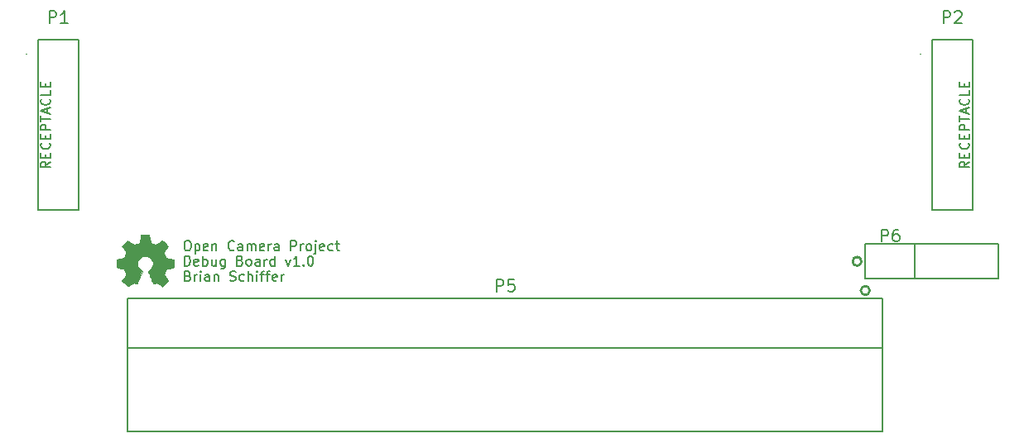
<source format=gto>
G04 #@! TF.FileFunction,Legend,Top*
%FSLAX46Y46*%
G04 Gerber Fmt 4.6, Leading zero omitted, Abs format (unit mm)*
G04 Created by KiCad (PCBNEW (2015-04-19 BZR 5613)-product) date 6/9/2015 8:15:01 PM*
%MOMM*%
G01*
G04 APERTURE LIST*
%ADD10C,0.100000*%
%ADD11C,0.152400*%
%ADD12C,0.150000*%
%ADD13C,0.200000*%
%ADD14C,0.254000*%
G04 APERTURE END LIST*
D10*
D11*
X107108571Y-119819981D02*
X107299048Y-119819981D01*
X107394286Y-119867600D01*
X107489524Y-119962838D01*
X107537143Y-120153314D01*
X107537143Y-120486648D01*
X107489524Y-120677124D01*
X107394286Y-120772362D01*
X107299048Y-120819981D01*
X107108571Y-120819981D01*
X107013333Y-120772362D01*
X106918095Y-120677124D01*
X106870476Y-120486648D01*
X106870476Y-120153314D01*
X106918095Y-119962838D01*
X107013333Y-119867600D01*
X107108571Y-119819981D01*
X107965714Y-120153314D02*
X107965714Y-121153314D01*
X107965714Y-120200933D02*
X108060952Y-120153314D01*
X108251429Y-120153314D01*
X108346667Y-120200933D01*
X108394286Y-120248552D01*
X108441905Y-120343790D01*
X108441905Y-120629505D01*
X108394286Y-120724743D01*
X108346667Y-120772362D01*
X108251429Y-120819981D01*
X108060952Y-120819981D01*
X107965714Y-120772362D01*
X109251429Y-120772362D02*
X109156191Y-120819981D01*
X108965714Y-120819981D01*
X108870476Y-120772362D01*
X108822857Y-120677124D01*
X108822857Y-120296171D01*
X108870476Y-120200933D01*
X108965714Y-120153314D01*
X109156191Y-120153314D01*
X109251429Y-120200933D01*
X109299048Y-120296171D01*
X109299048Y-120391410D01*
X108822857Y-120486648D01*
X109727619Y-120153314D02*
X109727619Y-120819981D01*
X109727619Y-120248552D02*
X109775238Y-120200933D01*
X109870476Y-120153314D01*
X110013334Y-120153314D01*
X110108572Y-120200933D01*
X110156191Y-120296171D01*
X110156191Y-120819981D01*
X111965715Y-120724743D02*
X111918096Y-120772362D01*
X111775239Y-120819981D01*
X111680001Y-120819981D01*
X111537143Y-120772362D01*
X111441905Y-120677124D01*
X111394286Y-120581886D01*
X111346667Y-120391410D01*
X111346667Y-120248552D01*
X111394286Y-120058076D01*
X111441905Y-119962838D01*
X111537143Y-119867600D01*
X111680001Y-119819981D01*
X111775239Y-119819981D01*
X111918096Y-119867600D01*
X111965715Y-119915219D01*
X112822858Y-120819981D02*
X112822858Y-120296171D01*
X112775239Y-120200933D01*
X112680001Y-120153314D01*
X112489524Y-120153314D01*
X112394286Y-120200933D01*
X112822858Y-120772362D02*
X112727620Y-120819981D01*
X112489524Y-120819981D01*
X112394286Y-120772362D01*
X112346667Y-120677124D01*
X112346667Y-120581886D01*
X112394286Y-120486648D01*
X112489524Y-120439029D01*
X112727620Y-120439029D01*
X112822858Y-120391410D01*
X113299048Y-120819981D02*
X113299048Y-120153314D01*
X113299048Y-120248552D02*
X113346667Y-120200933D01*
X113441905Y-120153314D01*
X113584763Y-120153314D01*
X113680001Y-120200933D01*
X113727620Y-120296171D01*
X113727620Y-120819981D01*
X113727620Y-120296171D02*
X113775239Y-120200933D01*
X113870477Y-120153314D01*
X114013334Y-120153314D01*
X114108572Y-120200933D01*
X114156191Y-120296171D01*
X114156191Y-120819981D01*
X115013334Y-120772362D02*
X114918096Y-120819981D01*
X114727619Y-120819981D01*
X114632381Y-120772362D01*
X114584762Y-120677124D01*
X114584762Y-120296171D01*
X114632381Y-120200933D01*
X114727619Y-120153314D01*
X114918096Y-120153314D01*
X115013334Y-120200933D01*
X115060953Y-120296171D01*
X115060953Y-120391410D01*
X114584762Y-120486648D01*
X115489524Y-120819981D02*
X115489524Y-120153314D01*
X115489524Y-120343790D02*
X115537143Y-120248552D01*
X115584762Y-120200933D01*
X115680000Y-120153314D01*
X115775239Y-120153314D01*
X116537144Y-120819981D02*
X116537144Y-120296171D01*
X116489525Y-120200933D01*
X116394287Y-120153314D01*
X116203810Y-120153314D01*
X116108572Y-120200933D01*
X116537144Y-120772362D02*
X116441906Y-120819981D01*
X116203810Y-120819981D01*
X116108572Y-120772362D01*
X116060953Y-120677124D01*
X116060953Y-120581886D01*
X116108572Y-120486648D01*
X116203810Y-120439029D01*
X116441906Y-120439029D01*
X116537144Y-120391410D01*
X117775239Y-120819981D02*
X117775239Y-119819981D01*
X118156192Y-119819981D01*
X118251430Y-119867600D01*
X118299049Y-119915219D01*
X118346668Y-120010457D01*
X118346668Y-120153314D01*
X118299049Y-120248552D01*
X118251430Y-120296171D01*
X118156192Y-120343790D01*
X117775239Y-120343790D01*
X118775239Y-120819981D02*
X118775239Y-120153314D01*
X118775239Y-120343790D02*
X118822858Y-120248552D01*
X118870477Y-120200933D01*
X118965715Y-120153314D01*
X119060954Y-120153314D01*
X119537144Y-120819981D02*
X119441906Y-120772362D01*
X119394287Y-120724743D01*
X119346668Y-120629505D01*
X119346668Y-120343790D01*
X119394287Y-120248552D01*
X119441906Y-120200933D01*
X119537144Y-120153314D01*
X119680002Y-120153314D01*
X119775240Y-120200933D01*
X119822859Y-120248552D01*
X119870478Y-120343790D01*
X119870478Y-120629505D01*
X119822859Y-120724743D01*
X119775240Y-120772362D01*
X119680002Y-120819981D01*
X119537144Y-120819981D01*
X120299049Y-120153314D02*
X120299049Y-121010457D01*
X120251430Y-121105695D01*
X120156192Y-121153314D01*
X120108573Y-121153314D01*
X120299049Y-119819981D02*
X120251430Y-119867600D01*
X120299049Y-119915219D01*
X120346668Y-119867600D01*
X120299049Y-119819981D01*
X120299049Y-119915219D01*
X121156192Y-120772362D02*
X121060954Y-120819981D01*
X120870477Y-120819981D01*
X120775239Y-120772362D01*
X120727620Y-120677124D01*
X120727620Y-120296171D01*
X120775239Y-120200933D01*
X120870477Y-120153314D01*
X121060954Y-120153314D01*
X121156192Y-120200933D01*
X121203811Y-120296171D01*
X121203811Y-120391410D01*
X120727620Y-120486648D01*
X122060954Y-120772362D02*
X121965716Y-120819981D01*
X121775239Y-120819981D01*
X121680001Y-120772362D01*
X121632382Y-120724743D01*
X121584763Y-120629505D01*
X121584763Y-120343790D01*
X121632382Y-120248552D01*
X121680001Y-120200933D01*
X121775239Y-120153314D01*
X121965716Y-120153314D01*
X122060954Y-120200933D01*
X122346668Y-120153314D02*
X122727620Y-120153314D01*
X122489525Y-119819981D02*
X122489525Y-120677124D01*
X122537144Y-120772362D01*
X122632382Y-120819981D01*
X122727620Y-120819981D01*
X106918095Y-122372381D02*
X106918095Y-121372381D01*
X107156190Y-121372381D01*
X107299048Y-121420000D01*
X107394286Y-121515238D01*
X107441905Y-121610476D01*
X107489524Y-121800952D01*
X107489524Y-121943810D01*
X107441905Y-122134286D01*
X107394286Y-122229524D01*
X107299048Y-122324762D01*
X107156190Y-122372381D01*
X106918095Y-122372381D01*
X108299048Y-122324762D02*
X108203810Y-122372381D01*
X108013333Y-122372381D01*
X107918095Y-122324762D01*
X107870476Y-122229524D01*
X107870476Y-121848571D01*
X107918095Y-121753333D01*
X108013333Y-121705714D01*
X108203810Y-121705714D01*
X108299048Y-121753333D01*
X108346667Y-121848571D01*
X108346667Y-121943810D01*
X107870476Y-122039048D01*
X108775238Y-122372381D02*
X108775238Y-121372381D01*
X108775238Y-121753333D02*
X108870476Y-121705714D01*
X109060953Y-121705714D01*
X109156191Y-121753333D01*
X109203810Y-121800952D01*
X109251429Y-121896190D01*
X109251429Y-122181905D01*
X109203810Y-122277143D01*
X109156191Y-122324762D01*
X109060953Y-122372381D01*
X108870476Y-122372381D01*
X108775238Y-122324762D01*
X110108572Y-121705714D02*
X110108572Y-122372381D01*
X109680000Y-121705714D02*
X109680000Y-122229524D01*
X109727619Y-122324762D01*
X109822857Y-122372381D01*
X109965715Y-122372381D01*
X110060953Y-122324762D01*
X110108572Y-122277143D01*
X111013334Y-121705714D02*
X111013334Y-122515238D01*
X110965715Y-122610476D01*
X110918096Y-122658095D01*
X110822857Y-122705714D01*
X110680000Y-122705714D01*
X110584762Y-122658095D01*
X111013334Y-122324762D02*
X110918096Y-122372381D01*
X110727619Y-122372381D01*
X110632381Y-122324762D01*
X110584762Y-122277143D01*
X110537143Y-122181905D01*
X110537143Y-121896190D01*
X110584762Y-121800952D01*
X110632381Y-121753333D01*
X110727619Y-121705714D01*
X110918096Y-121705714D01*
X111013334Y-121753333D01*
X112584763Y-121848571D02*
X112727620Y-121896190D01*
X112775239Y-121943810D01*
X112822858Y-122039048D01*
X112822858Y-122181905D01*
X112775239Y-122277143D01*
X112727620Y-122324762D01*
X112632382Y-122372381D01*
X112251429Y-122372381D01*
X112251429Y-121372381D01*
X112584763Y-121372381D01*
X112680001Y-121420000D01*
X112727620Y-121467619D01*
X112775239Y-121562857D01*
X112775239Y-121658095D01*
X112727620Y-121753333D01*
X112680001Y-121800952D01*
X112584763Y-121848571D01*
X112251429Y-121848571D01*
X113394286Y-122372381D02*
X113299048Y-122324762D01*
X113251429Y-122277143D01*
X113203810Y-122181905D01*
X113203810Y-121896190D01*
X113251429Y-121800952D01*
X113299048Y-121753333D01*
X113394286Y-121705714D01*
X113537144Y-121705714D01*
X113632382Y-121753333D01*
X113680001Y-121800952D01*
X113727620Y-121896190D01*
X113727620Y-122181905D01*
X113680001Y-122277143D01*
X113632382Y-122324762D01*
X113537144Y-122372381D01*
X113394286Y-122372381D01*
X114584763Y-122372381D02*
X114584763Y-121848571D01*
X114537144Y-121753333D01*
X114441906Y-121705714D01*
X114251429Y-121705714D01*
X114156191Y-121753333D01*
X114584763Y-122324762D02*
X114489525Y-122372381D01*
X114251429Y-122372381D01*
X114156191Y-122324762D01*
X114108572Y-122229524D01*
X114108572Y-122134286D01*
X114156191Y-122039048D01*
X114251429Y-121991429D01*
X114489525Y-121991429D01*
X114584763Y-121943810D01*
X115060953Y-122372381D02*
X115060953Y-121705714D01*
X115060953Y-121896190D02*
X115108572Y-121800952D01*
X115156191Y-121753333D01*
X115251429Y-121705714D01*
X115346668Y-121705714D01*
X116108573Y-122372381D02*
X116108573Y-121372381D01*
X116108573Y-122324762D02*
X116013335Y-122372381D01*
X115822858Y-122372381D01*
X115727620Y-122324762D01*
X115680001Y-122277143D01*
X115632382Y-122181905D01*
X115632382Y-121896190D01*
X115680001Y-121800952D01*
X115727620Y-121753333D01*
X115822858Y-121705714D01*
X116013335Y-121705714D01*
X116108573Y-121753333D01*
X117251430Y-121705714D02*
X117489525Y-122372381D01*
X117727621Y-121705714D01*
X118632383Y-122372381D02*
X118060954Y-122372381D01*
X118346668Y-122372381D02*
X118346668Y-121372381D01*
X118251430Y-121515238D01*
X118156192Y-121610476D01*
X118060954Y-121658095D01*
X119060954Y-122277143D02*
X119108573Y-122324762D01*
X119060954Y-122372381D01*
X119013335Y-122324762D01*
X119060954Y-122277143D01*
X119060954Y-122372381D01*
X119727620Y-121372381D02*
X119822859Y-121372381D01*
X119918097Y-121420000D01*
X119965716Y-121467619D01*
X120013335Y-121562857D01*
X120060954Y-121753333D01*
X120060954Y-121991429D01*
X120013335Y-122181905D01*
X119965716Y-122277143D01*
X119918097Y-122324762D01*
X119822859Y-122372381D01*
X119727620Y-122372381D01*
X119632382Y-122324762D01*
X119584763Y-122277143D01*
X119537144Y-122181905D01*
X119489525Y-121991429D01*
X119489525Y-121753333D01*
X119537144Y-121562857D01*
X119584763Y-121467619D01*
X119632382Y-121420000D01*
X119727620Y-121372381D01*
X107251429Y-123400971D02*
X107394286Y-123448590D01*
X107441905Y-123496210D01*
X107489524Y-123591448D01*
X107489524Y-123734305D01*
X107441905Y-123829543D01*
X107394286Y-123877162D01*
X107299048Y-123924781D01*
X106918095Y-123924781D01*
X106918095Y-122924781D01*
X107251429Y-122924781D01*
X107346667Y-122972400D01*
X107394286Y-123020019D01*
X107441905Y-123115257D01*
X107441905Y-123210495D01*
X107394286Y-123305733D01*
X107346667Y-123353352D01*
X107251429Y-123400971D01*
X106918095Y-123400971D01*
X107918095Y-123924781D02*
X107918095Y-123258114D01*
X107918095Y-123448590D02*
X107965714Y-123353352D01*
X108013333Y-123305733D01*
X108108571Y-123258114D01*
X108203810Y-123258114D01*
X108537143Y-123924781D02*
X108537143Y-123258114D01*
X108537143Y-122924781D02*
X108489524Y-122972400D01*
X108537143Y-123020019D01*
X108584762Y-122972400D01*
X108537143Y-122924781D01*
X108537143Y-123020019D01*
X109441905Y-123924781D02*
X109441905Y-123400971D01*
X109394286Y-123305733D01*
X109299048Y-123258114D01*
X109108571Y-123258114D01*
X109013333Y-123305733D01*
X109441905Y-123877162D02*
X109346667Y-123924781D01*
X109108571Y-123924781D01*
X109013333Y-123877162D01*
X108965714Y-123781924D01*
X108965714Y-123686686D01*
X109013333Y-123591448D01*
X109108571Y-123543829D01*
X109346667Y-123543829D01*
X109441905Y-123496210D01*
X109918095Y-123258114D02*
X109918095Y-123924781D01*
X109918095Y-123353352D02*
X109965714Y-123305733D01*
X110060952Y-123258114D01*
X110203810Y-123258114D01*
X110299048Y-123305733D01*
X110346667Y-123400971D01*
X110346667Y-123924781D01*
X111537143Y-123877162D02*
X111680000Y-123924781D01*
X111918096Y-123924781D01*
X112013334Y-123877162D01*
X112060953Y-123829543D01*
X112108572Y-123734305D01*
X112108572Y-123639067D01*
X112060953Y-123543829D01*
X112013334Y-123496210D01*
X111918096Y-123448590D01*
X111727619Y-123400971D01*
X111632381Y-123353352D01*
X111584762Y-123305733D01*
X111537143Y-123210495D01*
X111537143Y-123115257D01*
X111584762Y-123020019D01*
X111632381Y-122972400D01*
X111727619Y-122924781D01*
X111965715Y-122924781D01*
X112108572Y-122972400D01*
X112965715Y-123877162D02*
X112870477Y-123924781D01*
X112680000Y-123924781D01*
X112584762Y-123877162D01*
X112537143Y-123829543D01*
X112489524Y-123734305D01*
X112489524Y-123448590D01*
X112537143Y-123353352D01*
X112584762Y-123305733D01*
X112680000Y-123258114D01*
X112870477Y-123258114D01*
X112965715Y-123305733D01*
X113394286Y-123924781D02*
X113394286Y-122924781D01*
X113822858Y-123924781D02*
X113822858Y-123400971D01*
X113775239Y-123305733D01*
X113680001Y-123258114D01*
X113537143Y-123258114D01*
X113441905Y-123305733D01*
X113394286Y-123353352D01*
X114299048Y-123924781D02*
X114299048Y-123258114D01*
X114299048Y-122924781D02*
X114251429Y-122972400D01*
X114299048Y-123020019D01*
X114346667Y-122972400D01*
X114299048Y-122924781D01*
X114299048Y-123020019D01*
X114632381Y-123258114D02*
X115013333Y-123258114D01*
X114775238Y-123924781D02*
X114775238Y-123067638D01*
X114822857Y-122972400D01*
X114918095Y-122924781D01*
X115013333Y-122924781D01*
X115203810Y-123258114D02*
X115584762Y-123258114D01*
X115346667Y-123924781D02*
X115346667Y-123067638D01*
X115394286Y-122972400D01*
X115489524Y-122924781D01*
X115584762Y-122924781D01*
X116299049Y-123877162D02*
X116203811Y-123924781D01*
X116013334Y-123924781D01*
X115918096Y-123877162D01*
X115870477Y-123781924D01*
X115870477Y-123400971D01*
X115918096Y-123305733D01*
X116013334Y-123258114D01*
X116203811Y-123258114D01*
X116299049Y-123305733D01*
X116346668Y-123400971D01*
X116346668Y-123496210D01*
X115870477Y-123591448D01*
X116775239Y-123924781D02*
X116775239Y-123258114D01*
X116775239Y-123448590D02*
X116822858Y-123353352D01*
X116870477Y-123305733D01*
X116965715Y-123258114D01*
X117060954Y-123258114D01*
D10*
G36*
X105789555Y-122396100D02*
X105780354Y-122474634D01*
X105754819Y-122527121D01*
X105706363Y-122561309D01*
X105628402Y-122584949D01*
X105514349Y-122605790D01*
X105359200Y-122631312D01*
X105237677Y-122653158D01*
X105134825Y-122673670D01*
X105060770Y-122690684D01*
X105025638Y-122702036D01*
X105024588Y-122702841D01*
X105007074Y-122734497D01*
X104977083Y-122801836D01*
X104939361Y-122892748D01*
X104898654Y-122995124D01*
X104859706Y-123096854D01*
X104827262Y-123185830D01*
X104806069Y-123249943D01*
X104800400Y-123274952D01*
X104814187Y-123306828D01*
X104852062Y-123371764D01*
X104908796Y-123461336D01*
X104979159Y-123567118D01*
X105006856Y-123607599D01*
X105213313Y-123907116D01*
X104920809Y-124199619D01*
X104628306Y-124492123D01*
X104321472Y-124281586D01*
X104014638Y-124071048D01*
X103864432Y-124151107D01*
X103778029Y-124193881D01*
X103724670Y-124210928D01*
X103695191Y-124204793D01*
X103690168Y-124199533D01*
X103671609Y-124164407D01*
X103638084Y-124090568D01*
X103592754Y-123985783D01*
X103538776Y-123857820D01*
X103479308Y-123714447D01*
X103417509Y-123563431D01*
X103356538Y-123412538D01*
X103299553Y-123269538D01*
X103249713Y-123142196D01*
X103210175Y-123038281D01*
X103184098Y-122965560D01*
X103174641Y-122931801D01*
X103174641Y-122931721D01*
X103194796Y-122892177D01*
X103244626Y-122846929D01*
X103260619Y-122836303D01*
X103412238Y-122715275D01*
X103529737Y-122565108D01*
X103609813Y-122394467D01*
X103649163Y-122212019D01*
X103644485Y-122026431D01*
X103615353Y-121905474D01*
X103528139Y-121716864D01*
X103407186Y-121565527D01*
X103255373Y-121453527D01*
X103075580Y-121382930D01*
X102870685Y-121355798D01*
X102848220Y-121355555D01*
X102737644Y-121359016D01*
X102652435Y-121373428D01*
X102567459Y-121404835D01*
X102493165Y-121440927D01*
X102327444Y-121552177D01*
X102198800Y-121694963D01*
X102110664Y-121863083D01*
X102066471Y-122050330D01*
X102065451Y-122214031D01*
X102094783Y-122372616D01*
X102154620Y-122515336D01*
X102250111Y-122650089D01*
X102386402Y-122784772D01*
X102494693Y-122872500D01*
X102561199Y-122923300D01*
X102323022Y-123494800D01*
X102254489Y-123658811D01*
X102190378Y-123811435D01*
X102133930Y-123945016D01*
X102088389Y-124051898D01*
X102056997Y-124124426D01*
X102045813Y-124149311D01*
X102006781Y-124232323D01*
X101850500Y-124153433D01*
X101694219Y-124074543D01*
X101393957Y-124279971D01*
X101286491Y-124353152D01*
X101194958Y-124414831D01*
X101127007Y-124459905D01*
X101090285Y-124483272D01*
X101086082Y-124485400D01*
X101066531Y-124468365D01*
X101017383Y-124421280D01*
X100944805Y-124350170D01*
X100854965Y-124261061D01*
X100789578Y-124195685D01*
X100500686Y-123905971D01*
X100695565Y-123624119D01*
X100768737Y-123517079D01*
X100831660Y-123422758D01*
X100878447Y-123350146D01*
X100903212Y-123308232D01*
X100905077Y-123304136D01*
X100900939Y-123270045D01*
X100881712Y-123200702D01*
X100851628Y-123107836D01*
X100814920Y-123003176D01*
X100775821Y-122898452D01*
X100738563Y-122805394D01*
X100707378Y-122735731D01*
X100688101Y-122702841D01*
X100658597Y-122692250D01*
X100588984Y-122675765D01*
X100489310Y-122655547D01*
X100369622Y-122633757D01*
X100355400Y-122631312D01*
X100199534Y-122605631D01*
X100086196Y-122584799D01*
X100008678Y-122561152D01*
X99960270Y-122527024D01*
X99934266Y-122474753D01*
X99923958Y-122396673D01*
X99922638Y-122285120D01*
X99923600Y-122137943D01*
X99924769Y-122002062D01*
X99927995Y-121885021D01*
X99932854Y-121795810D01*
X99938923Y-121743424D01*
X99942650Y-121733549D01*
X99973175Y-121725002D01*
X100044357Y-121709320D01*
X100146869Y-121688435D01*
X100271383Y-121664282D01*
X100330000Y-121653255D01*
X100461232Y-121627132D01*
X100574426Y-121601458D01*
X100660245Y-121578594D01*
X100709352Y-121560899D01*
X100716863Y-121555454D01*
X100733992Y-121521053D01*
X100765743Y-121450910D01*
X100807156Y-121356160D01*
X100841678Y-121275391D01*
X100895273Y-121140561D01*
X100923773Y-121048134D01*
X100927619Y-120996597D01*
X100924714Y-120989826D01*
X100902433Y-120957009D01*
X100857393Y-120890995D01*
X100795545Y-120800496D01*
X100722841Y-120694223D01*
X100700188Y-120661131D01*
X100498876Y-120367093D01*
X100789778Y-120076191D01*
X101080680Y-119785289D01*
X101415057Y-120014856D01*
X101749434Y-120244422D01*
X102011267Y-120137183D01*
X102117795Y-120092390D01*
X102206040Y-120053097D01*
X102265848Y-120023967D01*
X102286725Y-120010700D01*
X102295920Y-119980203D01*
X102312255Y-119908867D01*
X102333787Y-119805836D01*
X102358570Y-119680252D01*
X102372012Y-119609527D01*
X102443672Y-119227600D01*
X102856551Y-119227600D01*
X103269430Y-119227600D01*
X103338619Y-119602250D01*
X103363161Y-119734796D01*
X103384555Y-119849694D01*
X103401057Y-119937635D01*
X103410927Y-119989308D01*
X103412779Y-119998425D01*
X103436884Y-120016035D01*
X103498682Y-120047770D01*
X103588641Y-120089030D01*
X103690373Y-120132393D01*
X103962996Y-120244835D01*
X104298056Y-120014925D01*
X104633117Y-119785016D01*
X104920276Y-120071360D01*
X105017015Y-120169978D01*
X105098576Y-120257255D01*
X105159089Y-120326572D01*
X105192684Y-120371309D01*
X105197392Y-120383879D01*
X105179950Y-120413249D01*
X105138923Y-120475995D01*
X105079828Y-120563857D01*
X105008181Y-120668572D01*
X104981174Y-120707655D01*
X104907289Y-120815852D01*
X104845129Y-120909831D01*
X104799914Y-120981467D01*
X104776865Y-121022638D01*
X104775000Y-121028446D01*
X104784457Y-121059902D01*
X104810109Y-121127530D01*
X104847875Y-121220922D01*
X104887125Y-121314367D01*
X104999250Y-121577100D01*
X105287175Y-121633618D01*
X105413519Y-121658404D01*
X105531917Y-121681603D01*
X105627356Y-121700277D01*
X105676700Y-121709905D01*
X105778300Y-121729674D01*
X105785296Y-122129887D01*
X105789007Y-122283767D01*
X105789555Y-122396100D01*
X105789555Y-122396100D01*
X105789555Y-122396100D01*
G37*
X105789555Y-122396100D02*
X105780354Y-122474634D01*
X105754819Y-122527121D01*
X105706363Y-122561309D01*
X105628402Y-122584949D01*
X105514349Y-122605790D01*
X105359200Y-122631312D01*
X105237677Y-122653158D01*
X105134825Y-122673670D01*
X105060770Y-122690684D01*
X105025638Y-122702036D01*
X105024588Y-122702841D01*
X105007074Y-122734497D01*
X104977083Y-122801836D01*
X104939361Y-122892748D01*
X104898654Y-122995124D01*
X104859706Y-123096854D01*
X104827262Y-123185830D01*
X104806069Y-123249943D01*
X104800400Y-123274952D01*
X104814187Y-123306828D01*
X104852062Y-123371764D01*
X104908796Y-123461336D01*
X104979159Y-123567118D01*
X105006856Y-123607599D01*
X105213313Y-123907116D01*
X104920809Y-124199619D01*
X104628306Y-124492123D01*
X104321472Y-124281586D01*
X104014638Y-124071048D01*
X103864432Y-124151107D01*
X103778029Y-124193881D01*
X103724670Y-124210928D01*
X103695191Y-124204793D01*
X103690168Y-124199533D01*
X103671609Y-124164407D01*
X103638084Y-124090568D01*
X103592754Y-123985783D01*
X103538776Y-123857820D01*
X103479308Y-123714447D01*
X103417509Y-123563431D01*
X103356538Y-123412538D01*
X103299553Y-123269538D01*
X103249713Y-123142196D01*
X103210175Y-123038281D01*
X103184098Y-122965560D01*
X103174641Y-122931801D01*
X103174641Y-122931721D01*
X103194796Y-122892177D01*
X103244626Y-122846929D01*
X103260619Y-122836303D01*
X103412238Y-122715275D01*
X103529737Y-122565108D01*
X103609813Y-122394467D01*
X103649163Y-122212019D01*
X103644485Y-122026431D01*
X103615353Y-121905474D01*
X103528139Y-121716864D01*
X103407186Y-121565527D01*
X103255373Y-121453527D01*
X103075580Y-121382930D01*
X102870685Y-121355798D01*
X102848220Y-121355555D01*
X102737644Y-121359016D01*
X102652435Y-121373428D01*
X102567459Y-121404835D01*
X102493165Y-121440927D01*
X102327444Y-121552177D01*
X102198800Y-121694963D01*
X102110664Y-121863083D01*
X102066471Y-122050330D01*
X102065451Y-122214031D01*
X102094783Y-122372616D01*
X102154620Y-122515336D01*
X102250111Y-122650089D01*
X102386402Y-122784772D01*
X102494693Y-122872500D01*
X102561199Y-122923300D01*
X102323022Y-123494800D01*
X102254489Y-123658811D01*
X102190378Y-123811435D01*
X102133930Y-123945016D01*
X102088389Y-124051898D01*
X102056997Y-124124426D01*
X102045813Y-124149311D01*
X102006781Y-124232323D01*
X101850500Y-124153433D01*
X101694219Y-124074543D01*
X101393957Y-124279971D01*
X101286491Y-124353152D01*
X101194958Y-124414831D01*
X101127007Y-124459905D01*
X101090285Y-124483272D01*
X101086082Y-124485400D01*
X101066531Y-124468365D01*
X101017383Y-124421280D01*
X100944805Y-124350170D01*
X100854965Y-124261061D01*
X100789578Y-124195685D01*
X100500686Y-123905971D01*
X100695565Y-123624119D01*
X100768737Y-123517079D01*
X100831660Y-123422758D01*
X100878447Y-123350146D01*
X100903212Y-123308232D01*
X100905077Y-123304136D01*
X100900939Y-123270045D01*
X100881712Y-123200702D01*
X100851628Y-123107836D01*
X100814920Y-123003176D01*
X100775821Y-122898452D01*
X100738563Y-122805394D01*
X100707378Y-122735731D01*
X100688101Y-122702841D01*
X100658597Y-122692250D01*
X100588984Y-122675765D01*
X100489310Y-122655547D01*
X100369622Y-122633757D01*
X100355400Y-122631312D01*
X100199534Y-122605631D01*
X100086196Y-122584799D01*
X100008678Y-122561152D01*
X99960270Y-122527024D01*
X99934266Y-122474753D01*
X99923958Y-122396673D01*
X99922638Y-122285120D01*
X99923600Y-122137943D01*
X99924769Y-122002062D01*
X99927995Y-121885021D01*
X99932854Y-121795810D01*
X99938923Y-121743424D01*
X99942650Y-121733549D01*
X99973175Y-121725002D01*
X100044357Y-121709320D01*
X100146869Y-121688435D01*
X100271383Y-121664282D01*
X100330000Y-121653255D01*
X100461232Y-121627132D01*
X100574426Y-121601458D01*
X100660245Y-121578594D01*
X100709352Y-121560899D01*
X100716863Y-121555454D01*
X100733992Y-121521053D01*
X100765743Y-121450910D01*
X100807156Y-121356160D01*
X100841678Y-121275391D01*
X100895273Y-121140561D01*
X100923773Y-121048134D01*
X100927619Y-120996597D01*
X100924714Y-120989826D01*
X100902433Y-120957009D01*
X100857393Y-120890995D01*
X100795545Y-120800496D01*
X100722841Y-120694223D01*
X100700188Y-120661131D01*
X100498876Y-120367093D01*
X100789778Y-120076191D01*
X101080680Y-119785289D01*
X101415057Y-120014856D01*
X101749434Y-120244422D01*
X102011267Y-120137183D01*
X102117795Y-120092390D01*
X102206040Y-120053097D01*
X102265848Y-120023967D01*
X102286725Y-120010700D01*
X102295920Y-119980203D01*
X102312255Y-119908867D01*
X102333787Y-119805836D01*
X102358570Y-119680252D01*
X102372012Y-119609527D01*
X102443672Y-119227600D01*
X102856551Y-119227600D01*
X103269430Y-119227600D01*
X103338619Y-119602250D01*
X103363161Y-119734796D01*
X103384555Y-119849694D01*
X103401057Y-119937635D01*
X103410927Y-119989308D01*
X103412779Y-119998425D01*
X103436884Y-120016035D01*
X103498682Y-120047770D01*
X103588641Y-120089030D01*
X103690373Y-120132393D01*
X103962996Y-120244835D01*
X104298056Y-120014925D01*
X104633117Y-119785016D01*
X104920276Y-120071360D01*
X105017015Y-120169978D01*
X105098576Y-120257255D01*
X105159089Y-120326572D01*
X105192684Y-120371309D01*
X105197392Y-120383879D01*
X105179950Y-120413249D01*
X105138923Y-120475995D01*
X105079828Y-120563857D01*
X105008181Y-120668572D01*
X104981174Y-120707655D01*
X104907289Y-120815852D01*
X104845129Y-120909831D01*
X104799914Y-120981467D01*
X104776865Y-121022638D01*
X104775000Y-121028446D01*
X104784457Y-121059902D01*
X104810109Y-121127530D01*
X104847875Y-121220922D01*
X104887125Y-121314367D01*
X104999250Y-121577100D01*
X105287175Y-121633618D01*
X105413519Y-121658404D01*
X105531917Y-121681603D01*
X105627356Y-121700277D01*
X105676700Y-121709905D01*
X105778300Y-121729674D01*
X105785296Y-122129887D01*
X105789007Y-122283767D01*
X105789555Y-122396100D01*
X105789555Y-122396100D01*
D12*
X90693852Y-100690000D02*
G75*
G03X90693852Y-100690000I-53852J0D01*
G01*
X91930000Y-99250000D02*
X96030000Y-99250000D01*
X96030000Y-99250000D02*
X96030000Y-116650000D01*
X96030000Y-116650000D02*
X91930000Y-116650000D01*
X91930000Y-116650000D02*
X91930000Y-99250000D01*
X182133852Y-100690000D02*
G75*
G03X182133852Y-100690000I-53852J0D01*
G01*
X183370000Y-99250000D02*
X187470000Y-99250000D01*
X187470000Y-99250000D02*
X187470000Y-116650000D01*
X187470000Y-116650000D02*
X183370000Y-116650000D01*
X183370000Y-116650000D02*
X183370000Y-99250000D01*
D13*
X178300000Y-130810000D02*
X178300000Y-139350000D01*
X178300000Y-139350000D02*
X101090000Y-139350000D01*
X101090000Y-139350000D02*
X101090000Y-130760000D01*
D14*
X176971774Y-124910000D02*
G75*
G03X176971774Y-124910000I-451774J0D01*
G01*
D13*
X178308000Y-125730000D02*
X101092000Y-125730000D01*
X101092000Y-125730000D02*
X101092000Y-130810000D01*
X101092000Y-130810000D02*
X178308000Y-130810000D01*
X178308000Y-130810000D02*
X178308000Y-129540000D01*
X178308000Y-129560000D02*
X178308000Y-127020000D01*
X178308000Y-127000000D02*
X178308000Y-125730000D01*
X181610000Y-120140000D02*
X190150000Y-120140000D01*
X190150000Y-120140000D02*
X190150000Y-123700000D01*
X190150000Y-123700000D02*
X181450000Y-123700000D01*
D14*
X176121774Y-121920000D02*
G75*
G03X176121774Y-121920000I-451774J0D01*
G01*
D13*
X176530000Y-120142000D02*
X176530000Y-123698000D01*
X176530000Y-123698000D02*
X181610000Y-123698000D01*
X181610000Y-123698000D02*
X181610000Y-120142000D01*
X181610000Y-120142000D02*
X180340000Y-120142000D01*
X180330000Y-120142000D02*
X177790000Y-120142000D01*
X177800000Y-120142000D02*
X176530000Y-120142000D01*
X93094286Y-97492857D02*
X93094286Y-96292857D01*
X93551429Y-96292857D01*
X93665715Y-96350000D01*
X93722858Y-96407143D01*
X93780001Y-96521429D01*
X93780001Y-96692857D01*
X93722858Y-96807143D01*
X93665715Y-96864286D01*
X93551429Y-96921429D01*
X93094286Y-96921429D01*
X94922858Y-97492857D02*
X94237143Y-97492857D01*
X94580001Y-97492857D02*
X94580001Y-96292857D01*
X94465715Y-96464286D01*
X94351429Y-96578571D01*
X94237143Y-96635714D01*
D12*
X93162381Y-111711905D02*
X92686190Y-112045239D01*
X93162381Y-112283334D02*
X92162381Y-112283334D01*
X92162381Y-111902381D01*
X92210000Y-111807143D01*
X92257619Y-111759524D01*
X92352857Y-111711905D01*
X92495714Y-111711905D01*
X92590952Y-111759524D01*
X92638571Y-111807143D01*
X92686190Y-111902381D01*
X92686190Y-112283334D01*
X92638571Y-111283334D02*
X92638571Y-110950000D01*
X93162381Y-110807143D02*
X93162381Y-111283334D01*
X92162381Y-111283334D01*
X92162381Y-110807143D01*
X93067143Y-109807143D02*
X93114762Y-109854762D01*
X93162381Y-109997619D01*
X93162381Y-110092857D01*
X93114762Y-110235715D01*
X93019524Y-110330953D01*
X92924286Y-110378572D01*
X92733810Y-110426191D01*
X92590952Y-110426191D01*
X92400476Y-110378572D01*
X92305238Y-110330953D01*
X92210000Y-110235715D01*
X92162381Y-110092857D01*
X92162381Y-109997619D01*
X92210000Y-109854762D01*
X92257619Y-109807143D01*
X92638571Y-109378572D02*
X92638571Y-109045238D01*
X93162381Y-108902381D02*
X93162381Y-109378572D01*
X92162381Y-109378572D01*
X92162381Y-108902381D01*
X93162381Y-108473810D02*
X92162381Y-108473810D01*
X92162381Y-108092857D01*
X92210000Y-107997619D01*
X92257619Y-107950000D01*
X92352857Y-107902381D01*
X92495714Y-107902381D01*
X92590952Y-107950000D01*
X92638571Y-107997619D01*
X92686190Y-108092857D01*
X92686190Y-108473810D01*
X92162381Y-107616667D02*
X92162381Y-107045238D01*
X93162381Y-107330953D02*
X92162381Y-107330953D01*
X92876667Y-106759524D02*
X92876667Y-106283333D01*
X93162381Y-106854762D02*
X92162381Y-106521429D01*
X93162381Y-106188095D01*
X93067143Y-105283333D02*
X93114762Y-105330952D01*
X93162381Y-105473809D01*
X93162381Y-105569047D01*
X93114762Y-105711905D01*
X93019524Y-105807143D01*
X92924286Y-105854762D01*
X92733810Y-105902381D01*
X92590952Y-105902381D01*
X92400476Y-105854762D01*
X92305238Y-105807143D01*
X92210000Y-105711905D01*
X92162381Y-105569047D01*
X92162381Y-105473809D01*
X92210000Y-105330952D01*
X92257619Y-105283333D01*
X93162381Y-104378571D02*
X93162381Y-104854762D01*
X92162381Y-104854762D01*
X92638571Y-104045238D02*
X92638571Y-103711904D01*
X93162381Y-103569047D02*
X93162381Y-104045238D01*
X92162381Y-104045238D01*
X92162381Y-103569047D01*
D13*
X184534286Y-97492857D02*
X184534286Y-96292857D01*
X184991429Y-96292857D01*
X185105715Y-96350000D01*
X185162858Y-96407143D01*
X185220001Y-96521429D01*
X185220001Y-96692857D01*
X185162858Y-96807143D01*
X185105715Y-96864286D01*
X184991429Y-96921429D01*
X184534286Y-96921429D01*
X185677143Y-96407143D02*
X185734286Y-96350000D01*
X185848572Y-96292857D01*
X186134286Y-96292857D01*
X186248572Y-96350000D01*
X186305715Y-96407143D01*
X186362858Y-96521429D01*
X186362858Y-96635714D01*
X186305715Y-96807143D01*
X185620001Y-97492857D01*
X186362858Y-97492857D01*
D12*
X187142381Y-111711905D02*
X186666190Y-112045239D01*
X187142381Y-112283334D02*
X186142381Y-112283334D01*
X186142381Y-111902381D01*
X186190000Y-111807143D01*
X186237619Y-111759524D01*
X186332857Y-111711905D01*
X186475714Y-111711905D01*
X186570952Y-111759524D01*
X186618571Y-111807143D01*
X186666190Y-111902381D01*
X186666190Y-112283334D01*
X186618571Y-111283334D02*
X186618571Y-110950000D01*
X187142381Y-110807143D02*
X187142381Y-111283334D01*
X186142381Y-111283334D01*
X186142381Y-110807143D01*
X187047143Y-109807143D02*
X187094762Y-109854762D01*
X187142381Y-109997619D01*
X187142381Y-110092857D01*
X187094762Y-110235715D01*
X186999524Y-110330953D01*
X186904286Y-110378572D01*
X186713810Y-110426191D01*
X186570952Y-110426191D01*
X186380476Y-110378572D01*
X186285238Y-110330953D01*
X186190000Y-110235715D01*
X186142381Y-110092857D01*
X186142381Y-109997619D01*
X186190000Y-109854762D01*
X186237619Y-109807143D01*
X186618571Y-109378572D02*
X186618571Y-109045238D01*
X187142381Y-108902381D02*
X187142381Y-109378572D01*
X186142381Y-109378572D01*
X186142381Y-108902381D01*
X187142381Y-108473810D02*
X186142381Y-108473810D01*
X186142381Y-108092857D01*
X186190000Y-107997619D01*
X186237619Y-107950000D01*
X186332857Y-107902381D01*
X186475714Y-107902381D01*
X186570952Y-107950000D01*
X186618571Y-107997619D01*
X186666190Y-108092857D01*
X186666190Y-108473810D01*
X186142381Y-107616667D02*
X186142381Y-107045238D01*
X187142381Y-107330953D02*
X186142381Y-107330953D01*
X186856667Y-106759524D02*
X186856667Y-106283333D01*
X187142381Y-106854762D02*
X186142381Y-106521429D01*
X187142381Y-106188095D01*
X187047143Y-105283333D02*
X187094762Y-105330952D01*
X187142381Y-105473809D01*
X187142381Y-105569047D01*
X187094762Y-105711905D01*
X186999524Y-105807143D01*
X186904286Y-105854762D01*
X186713810Y-105902381D01*
X186570952Y-105902381D01*
X186380476Y-105854762D01*
X186285238Y-105807143D01*
X186190000Y-105711905D01*
X186142381Y-105569047D01*
X186142381Y-105473809D01*
X186190000Y-105330952D01*
X186237619Y-105283333D01*
X187142381Y-104378571D02*
X187142381Y-104854762D01*
X186142381Y-104854762D01*
X186618571Y-104045238D02*
X186618571Y-103711904D01*
X187142381Y-103569047D02*
X187142381Y-104045238D01*
X186142381Y-104045238D01*
X186142381Y-103569047D01*
D13*
X138824286Y-125002857D02*
X138824286Y-123802857D01*
X139281429Y-123802857D01*
X139395715Y-123860000D01*
X139452858Y-123917143D01*
X139510001Y-124031429D01*
X139510001Y-124202857D01*
X139452858Y-124317143D01*
X139395715Y-124374286D01*
X139281429Y-124431429D01*
X138824286Y-124431429D01*
X140595715Y-123802857D02*
X140024286Y-123802857D01*
X139967143Y-124374286D01*
X140024286Y-124317143D01*
X140138572Y-124260000D01*
X140424286Y-124260000D01*
X140538572Y-124317143D01*
X140595715Y-124374286D01*
X140652858Y-124488571D01*
X140652858Y-124774286D01*
X140595715Y-124888571D01*
X140538572Y-124945714D01*
X140424286Y-125002857D01*
X140138572Y-125002857D01*
X140024286Y-124945714D01*
X139967143Y-124888571D01*
X178184286Y-119872057D02*
X178184286Y-118672057D01*
X178641429Y-118672057D01*
X178755715Y-118729200D01*
X178812858Y-118786343D01*
X178870001Y-118900629D01*
X178870001Y-119072057D01*
X178812858Y-119186343D01*
X178755715Y-119243486D01*
X178641429Y-119300629D01*
X178184286Y-119300629D01*
X179898572Y-118672057D02*
X179670001Y-118672057D01*
X179555715Y-118729200D01*
X179498572Y-118786343D01*
X179384286Y-118957771D01*
X179327143Y-119186343D01*
X179327143Y-119643486D01*
X179384286Y-119757771D01*
X179441429Y-119814914D01*
X179555715Y-119872057D01*
X179784286Y-119872057D01*
X179898572Y-119814914D01*
X179955715Y-119757771D01*
X180012858Y-119643486D01*
X180012858Y-119357771D01*
X179955715Y-119243486D01*
X179898572Y-119186343D01*
X179784286Y-119129200D01*
X179555715Y-119129200D01*
X179441429Y-119186343D01*
X179384286Y-119243486D01*
X179327143Y-119357771D01*
M02*

</source>
